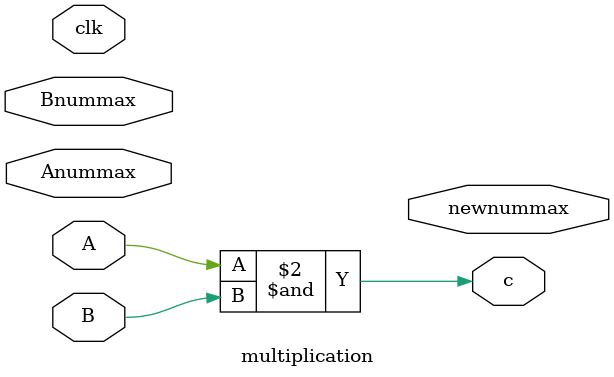
<source format=sv>
/****************************************************************************
 * multiplication.sv
 ****************************************************************************/

/**
 * Module: multiplication
 * 
 * TODO: Add module documentation
 */
module multiplication(		input  [8:0] Anummax,
							input  A,
							input  [8:0] Bnummax,
							input  B,
							input clk,
							output  c,
							output [8:0] newnummax);
							
	always@(*)
		c <= A & B;
	


endmodule



</source>
